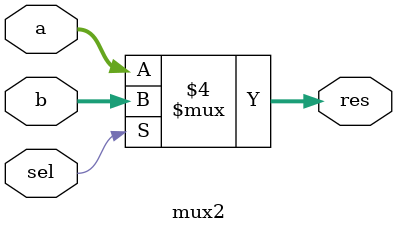
<source format=v>
`timescale 1ns / 1ps


module mux2
#(parameter Width =8)
(
    input [Width-1:0]a,
    input [Width-1:0]b,
    input sel,
    output reg [Width-1:0]res

    );
    always@(*)
        if(sel==0)
            res<=a;
       else 
            res<=b;

endmodule

</source>
